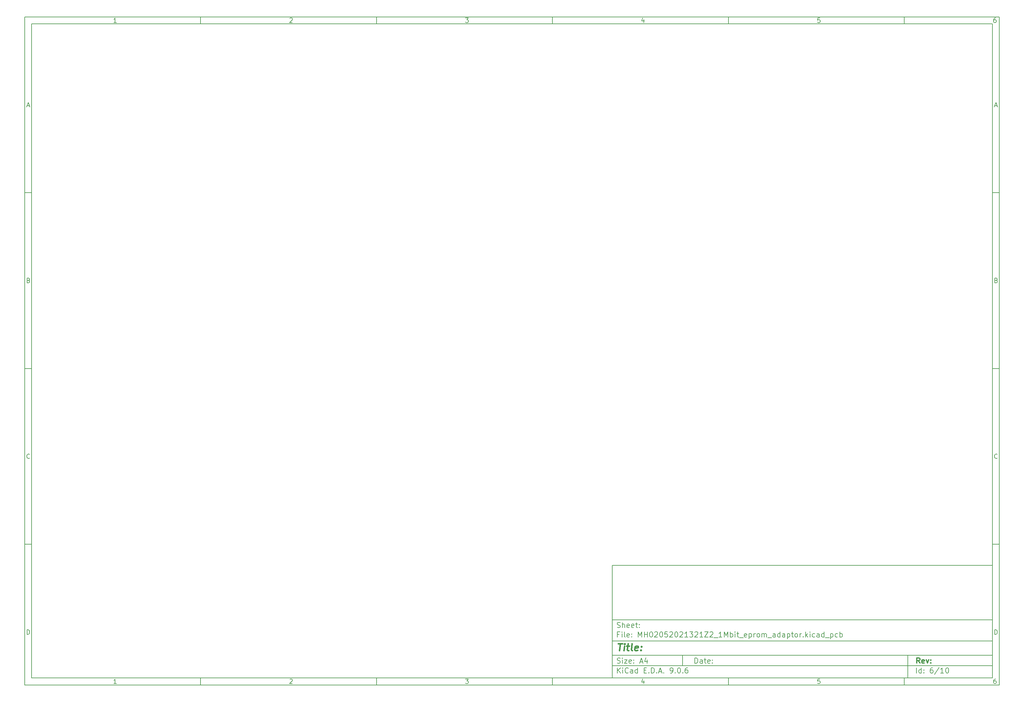
<source format=gbr>
%TF.GenerationSoftware,KiCad,Pcbnew,9.0.6*%
%TF.CreationDate,2026-01-11T11:31:53+09:00*%
%TF.ProjectId,MH02052021321Z2_1Mbit_eprom_adaptor,4d483032-3035-4323-9032-313332315a32,rev?*%
%TF.SameCoordinates,Original*%
%TF.FileFunction,Legend,Bot*%
%TF.FilePolarity,Positive*%
%FSLAX46Y46*%
G04 Gerber Fmt 4.6, Leading zero omitted, Abs format (unit mm)*
G04 Created by KiCad (PCBNEW 9.0.6) date 2026-01-11 11:31:53*
%MOMM*%
%LPD*%
G01*
G04 APERTURE LIST*
%ADD10C,0.100000*%
%ADD11C,0.150000*%
%ADD12C,0.300000*%
%ADD13C,0.400000*%
G04 APERTURE END LIST*
D10*
D11*
X177002200Y-166007200D02*
X285002200Y-166007200D01*
X285002200Y-198007200D01*
X177002200Y-198007200D01*
X177002200Y-166007200D01*
D10*
D11*
X10000000Y-10000000D02*
X287002200Y-10000000D01*
X287002200Y-200007200D01*
X10000000Y-200007200D01*
X10000000Y-10000000D01*
D10*
D11*
X12000000Y-12000000D02*
X285002200Y-12000000D01*
X285002200Y-198007200D01*
X12000000Y-198007200D01*
X12000000Y-12000000D01*
D10*
D11*
X60000000Y-12000000D02*
X60000000Y-10000000D01*
D10*
D11*
X110000000Y-12000000D02*
X110000000Y-10000000D01*
D10*
D11*
X160000000Y-12000000D02*
X160000000Y-10000000D01*
D10*
D11*
X210000000Y-12000000D02*
X210000000Y-10000000D01*
D10*
D11*
X260000000Y-12000000D02*
X260000000Y-10000000D01*
D10*
D11*
X36089160Y-11593604D02*
X35346303Y-11593604D01*
X35717731Y-11593604D02*
X35717731Y-10293604D01*
X35717731Y-10293604D02*
X35593922Y-10479319D01*
X35593922Y-10479319D02*
X35470112Y-10603128D01*
X35470112Y-10603128D02*
X35346303Y-10665033D01*
D10*
D11*
X85346303Y-10417414D02*
X85408207Y-10355509D01*
X85408207Y-10355509D02*
X85532017Y-10293604D01*
X85532017Y-10293604D02*
X85841541Y-10293604D01*
X85841541Y-10293604D02*
X85965350Y-10355509D01*
X85965350Y-10355509D02*
X86027255Y-10417414D01*
X86027255Y-10417414D02*
X86089160Y-10541223D01*
X86089160Y-10541223D02*
X86089160Y-10665033D01*
X86089160Y-10665033D02*
X86027255Y-10850747D01*
X86027255Y-10850747D02*
X85284398Y-11593604D01*
X85284398Y-11593604D02*
X86089160Y-11593604D01*
D10*
D11*
X135284398Y-10293604D02*
X136089160Y-10293604D01*
X136089160Y-10293604D02*
X135655826Y-10788842D01*
X135655826Y-10788842D02*
X135841541Y-10788842D01*
X135841541Y-10788842D02*
X135965350Y-10850747D01*
X135965350Y-10850747D02*
X136027255Y-10912652D01*
X136027255Y-10912652D02*
X136089160Y-11036461D01*
X136089160Y-11036461D02*
X136089160Y-11345985D01*
X136089160Y-11345985D02*
X136027255Y-11469795D01*
X136027255Y-11469795D02*
X135965350Y-11531700D01*
X135965350Y-11531700D02*
X135841541Y-11593604D01*
X135841541Y-11593604D02*
X135470112Y-11593604D01*
X135470112Y-11593604D02*
X135346303Y-11531700D01*
X135346303Y-11531700D02*
X135284398Y-11469795D01*
D10*
D11*
X185965350Y-10726938D02*
X185965350Y-11593604D01*
X185655826Y-10231700D02*
X185346303Y-11160271D01*
X185346303Y-11160271D02*
X186151064Y-11160271D01*
D10*
D11*
X236027255Y-10293604D02*
X235408207Y-10293604D01*
X235408207Y-10293604D02*
X235346303Y-10912652D01*
X235346303Y-10912652D02*
X235408207Y-10850747D01*
X235408207Y-10850747D02*
X235532017Y-10788842D01*
X235532017Y-10788842D02*
X235841541Y-10788842D01*
X235841541Y-10788842D02*
X235965350Y-10850747D01*
X235965350Y-10850747D02*
X236027255Y-10912652D01*
X236027255Y-10912652D02*
X236089160Y-11036461D01*
X236089160Y-11036461D02*
X236089160Y-11345985D01*
X236089160Y-11345985D02*
X236027255Y-11469795D01*
X236027255Y-11469795D02*
X235965350Y-11531700D01*
X235965350Y-11531700D02*
X235841541Y-11593604D01*
X235841541Y-11593604D02*
X235532017Y-11593604D01*
X235532017Y-11593604D02*
X235408207Y-11531700D01*
X235408207Y-11531700D02*
X235346303Y-11469795D01*
D10*
D11*
X285965350Y-10293604D02*
X285717731Y-10293604D01*
X285717731Y-10293604D02*
X285593922Y-10355509D01*
X285593922Y-10355509D02*
X285532017Y-10417414D01*
X285532017Y-10417414D02*
X285408207Y-10603128D01*
X285408207Y-10603128D02*
X285346303Y-10850747D01*
X285346303Y-10850747D02*
X285346303Y-11345985D01*
X285346303Y-11345985D02*
X285408207Y-11469795D01*
X285408207Y-11469795D02*
X285470112Y-11531700D01*
X285470112Y-11531700D02*
X285593922Y-11593604D01*
X285593922Y-11593604D02*
X285841541Y-11593604D01*
X285841541Y-11593604D02*
X285965350Y-11531700D01*
X285965350Y-11531700D02*
X286027255Y-11469795D01*
X286027255Y-11469795D02*
X286089160Y-11345985D01*
X286089160Y-11345985D02*
X286089160Y-11036461D01*
X286089160Y-11036461D02*
X286027255Y-10912652D01*
X286027255Y-10912652D02*
X285965350Y-10850747D01*
X285965350Y-10850747D02*
X285841541Y-10788842D01*
X285841541Y-10788842D02*
X285593922Y-10788842D01*
X285593922Y-10788842D02*
X285470112Y-10850747D01*
X285470112Y-10850747D02*
X285408207Y-10912652D01*
X285408207Y-10912652D02*
X285346303Y-11036461D01*
D10*
D11*
X60000000Y-198007200D02*
X60000000Y-200007200D01*
D10*
D11*
X110000000Y-198007200D02*
X110000000Y-200007200D01*
D10*
D11*
X160000000Y-198007200D02*
X160000000Y-200007200D01*
D10*
D11*
X210000000Y-198007200D02*
X210000000Y-200007200D01*
D10*
D11*
X260000000Y-198007200D02*
X260000000Y-200007200D01*
D10*
D11*
X36089160Y-199600804D02*
X35346303Y-199600804D01*
X35717731Y-199600804D02*
X35717731Y-198300804D01*
X35717731Y-198300804D02*
X35593922Y-198486519D01*
X35593922Y-198486519D02*
X35470112Y-198610328D01*
X35470112Y-198610328D02*
X35346303Y-198672233D01*
D10*
D11*
X85346303Y-198424614D02*
X85408207Y-198362709D01*
X85408207Y-198362709D02*
X85532017Y-198300804D01*
X85532017Y-198300804D02*
X85841541Y-198300804D01*
X85841541Y-198300804D02*
X85965350Y-198362709D01*
X85965350Y-198362709D02*
X86027255Y-198424614D01*
X86027255Y-198424614D02*
X86089160Y-198548423D01*
X86089160Y-198548423D02*
X86089160Y-198672233D01*
X86089160Y-198672233D02*
X86027255Y-198857947D01*
X86027255Y-198857947D02*
X85284398Y-199600804D01*
X85284398Y-199600804D02*
X86089160Y-199600804D01*
D10*
D11*
X135284398Y-198300804D02*
X136089160Y-198300804D01*
X136089160Y-198300804D02*
X135655826Y-198796042D01*
X135655826Y-198796042D02*
X135841541Y-198796042D01*
X135841541Y-198796042D02*
X135965350Y-198857947D01*
X135965350Y-198857947D02*
X136027255Y-198919852D01*
X136027255Y-198919852D02*
X136089160Y-199043661D01*
X136089160Y-199043661D02*
X136089160Y-199353185D01*
X136089160Y-199353185D02*
X136027255Y-199476995D01*
X136027255Y-199476995D02*
X135965350Y-199538900D01*
X135965350Y-199538900D02*
X135841541Y-199600804D01*
X135841541Y-199600804D02*
X135470112Y-199600804D01*
X135470112Y-199600804D02*
X135346303Y-199538900D01*
X135346303Y-199538900D02*
X135284398Y-199476995D01*
D10*
D11*
X185965350Y-198734138D02*
X185965350Y-199600804D01*
X185655826Y-198238900D02*
X185346303Y-199167471D01*
X185346303Y-199167471D02*
X186151064Y-199167471D01*
D10*
D11*
X236027255Y-198300804D02*
X235408207Y-198300804D01*
X235408207Y-198300804D02*
X235346303Y-198919852D01*
X235346303Y-198919852D02*
X235408207Y-198857947D01*
X235408207Y-198857947D02*
X235532017Y-198796042D01*
X235532017Y-198796042D02*
X235841541Y-198796042D01*
X235841541Y-198796042D02*
X235965350Y-198857947D01*
X235965350Y-198857947D02*
X236027255Y-198919852D01*
X236027255Y-198919852D02*
X236089160Y-199043661D01*
X236089160Y-199043661D02*
X236089160Y-199353185D01*
X236089160Y-199353185D02*
X236027255Y-199476995D01*
X236027255Y-199476995D02*
X235965350Y-199538900D01*
X235965350Y-199538900D02*
X235841541Y-199600804D01*
X235841541Y-199600804D02*
X235532017Y-199600804D01*
X235532017Y-199600804D02*
X235408207Y-199538900D01*
X235408207Y-199538900D02*
X235346303Y-199476995D01*
D10*
D11*
X285965350Y-198300804D02*
X285717731Y-198300804D01*
X285717731Y-198300804D02*
X285593922Y-198362709D01*
X285593922Y-198362709D02*
X285532017Y-198424614D01*
X285532017Y-198424614D02*
X285408207Y-198610328D01*
X285408207Y-198610328D02*
X285346303Y-198857947D01*
X285346303Y-198857947D02*
X285346303Y-199353185D01*
X285346303Y-199353185D02*
X285408207Y-199476995D01*
X285408207Y-199476995D02*
X285470112Y-199538900D01*
X285470112Y-199538900D02*
X285593922Y-199600804D01*
X285593922Y-199600804D02*
X285841541Y-199600804D01*
X285841541Y-199600804D02*
X285965350Y-199538900D01*
X285965350Y-199538900D02*
X286027255Y-199476995D01*
X286027255Y-199476995D02*
X286089160Y-199353185D01*
X286089160Y-199353185D02*
X286089160Y-199043661D01*
X286089160Y-199043661D02*
X286027255Y-198919852D01*
X286027255Y-198919852D02*
X285965350Y-198857947D01*
X285965350Y-198857947D02*
X285841541Y-198796042D01*
X285841541Y-198796042D02*
X285593922Y-198796042D01*
X285593922Y-198796042D02*
X285470112Y-198857947D01*
X285470112Y-198857947D02*
X285408207Y-198919852D01*
X285408207Y-198919852D02*
X285346303Y-199043661D01*
D10*
D11*
X10000000Y-60000000D02*
X12000000Y-60000000D01*
D10*
D11*
X10000000Y-110000000D02*
X12000000Y-110000000D01*
D10*
D11*
X10000000Y-160000000D02*
X12000000Y-160000000D01*
D10*
D11*
X10690476Y-35222176D02*
X11309523Y-35222176D01*
X10566666Y-35593604D02*
X10999999Y-34293604D01*
X10999999Y-34293604D02*
X11433333Y-35593604D01*
D10*
D11*
X11092857Y-84912652D02*
X11278571Y-84974557D01*
X11278571Y-84974557D02*
X11340476Y-85036461D01*
X11340476Y-85036461D02*
X11402380Y-85160271D01*
X11402380Y-85160271D02*
X11402380Y-85345985D01*
X11402380Y-85345985D02*
X11340476Y-85469795D01*
X11340476Y-85469795D02*
X11278571Y-85531700D01*
X11278571Y-85531700D02*
X11154761Y-85593604D01*
X11154761Y-85593604D02*
X10659523Y-85593604D01*
X10659523Y-85593604D02*
X10659523Y-84293604D01*
X10659523Y-84293604D02*
X11092857Y-84293604D01*
X11092857Y-84293604D02*
X11216666Y-84355509D01*
X11216666Y-84355509D02*
X11278571Y-84417414D01*
X11278571Y-84417414D02*
X11340476Y-84541223D01*
X11340476Y-84541223D02*
X11340476Y-84665033D01*
X11340476Y-84665033D02*
X11278571Y-84788842D01*
X11278571Y-84788842D02*
X11216666Y-84850747D01*
X11216666Y-84850747D02*
X11092857Y-84912652D01*
X11092857Y-84912652D02*
X10659523Y-84912652D01*
D10*
D11*
X11402380Y-135469795D02*
X11340476Y-135531700D01*
X11340476Y-135531700D02*
X11154761Y-135593604D01*
X11154761Y-135593604D02*
X11030952Y-135593604D01*
X11030952Y-135593604D02*
X10845238Y-135531700D01*
X10845238Y-135531700D02*
X10721428Y-135407890D01*
X10721428Y-135407890D02*
X10659523Y-135284080D01*
X10659523Y-135284080D02*
X10597619Y-135036461D01*
X10597619Y-135036461D02*
X10597619Y-134850747D01*
X10597619Y-134850747D02*
X10659523Y-134603128D01*
X10659523Y-134603128D02*
X10721428Y-134479319D01*
X10721428Y-134479319D02*
X10845238Y-134355509D01*
X10845238Y-134355509D02*
X11030952Y-134293604D01*
X11030952Y-134293604D02*
X11154761Y-134293604D01*
X11154761Y-134293604D02*
X11340476Y-134355509D01*
X11340476Y-134355509D02*
X11402380Y-134417414D01*
D10*
D11*
X10659523Y-185593604D02*
X10659523Y-184293604D01*
X10659523Y-184293604D02*
X10969047Y-184293604D01*
X10969047Y-184293604D02*
X11154761Y-184355509D01*
X11154761Y-184355509D02*
X11278571Y-184479319D01*
X11278571Y-184479319D02*
X11340476Y-184603128D01*
X11340476Y-184603128D02*
X11402380Y-184850747D01*
X11402380Y-184850747D02*
X11402380Y-185036461D01*
X11402380Y-185036461D02*
X11340476Y-185284080D01*
X11340476Y-185284080D02*
X11278571Y-185407890D01*
X11278571Y-185407890D02*
X11154761Y-185531700D01*
X11154761Y-185531700D02*
X10969047Y-185593604D01*
X10969047Y-185593604D02*
X10659523Y-185593604D01*
D10*
D11*
X287002200Y-60000000D02*
X285002200Y-60000000D01*
D10*
D11*
X287002200Y-110000000D02*
X285002200Y-110000000D01*
D10*
D11*
X287002200Y-160000000D02*
X285002200Y-160000000D01*
D10*
D11*
X285692676Y-35222176D02*
X286311723Y-35222176D01*
X285568866Y-35593604D02*
X286002199Y-34293604D01*
X286002199Y-34293604D02*
X286435533Y-35593604D01*
D10*
D11*
X286095057Y-84912652D02*
X286280771Y-84974557D01*
X286280771Y-84974557D02*
X286342676Y-85036461D01*
X286342676Y-85036461D02*
X286404580Y-85160271D01*
X286404580Y-85160271D02*
X286404580Y-85345985D01*
X286404580Y-85345985D02*
X286342676Y-85469795D01*
X286342676Y-85469795D02*
X286280771Y-85531700D01*
X286280771Y-85531700D02*
X286156961Y-85593604D01*
X286156961Y-85593604D02*
X285661723Y-85593604D01*
X285661723Y-85593604D02*
X285661723Y-84293604D01*
X285661723Y-84293604D02*
X286095057Y-84293604D01*
X286095057Y-84293604D02*
X286218866Y-84355509D01*
X286218866Y-84355509D02*
X286280771Y-84417414D01*
X286280771Y-84417414D02*
X286342676Y-84541223D01*
X286342676Y-84541223D02*
X286342676Y-84665033D01*
X286342676Y-84665033D02*
X286280771Y-84788842D01*
X286280771Y-84788842D02*
X286218866Y-84850747D01*
X286218866Y-84850747D02*
X286095057Y-84912652D01*
X286095057Y-84912652D02*
X285661723Y-84912652D01*
D10*
D11*
X286404580Y-135469795D02*
X286342676Y-135531700D01*
X286342676Y-135531700D02*
X286156961Y-135593604D01*
X286156961Y-135593604D02*
X286033152Y-135593604D01*
X286033152Y-135593604D02*
X285847438Y-135531700D01*
X285847438Y-135531700D02*
X285723628Y-135407890D01*
X285723628Y-135407890D02*
X285661723Y-135284080D01*
X285661723Y-135284080D02*
X285599819Y-135036461D01*
X285599819Y-135036461D02*
X285599819Y-134850747D01*
X285599819Y-134850747D02*
X285661723Y-134603128D01*
X285661723Y-134603128D02*
X285723628Y-134479319D01*
X285723628Y-134479319D02*
X285847438Y-134355509D01*
X285847438Y-134355509D02*
X286033152Y-134293604D01*
X286033152Y-134293604D02*
X286156961Y-134293604D01*
X286156961Y-134293604D02*
X286342676Y-134355509D01*
X286342676Y-134355509D02*
X286404580Y-134417414D01*
D10*
D11*
X285661723Y-185593604D02*
X285661723Y-184293604D01*
X285661723Y-184293604D02*
X285971247Y-184293604D01*
X285971247Y-184293604D02*
X286156961Y-184355509D01*
X286156961Y-184355509D02*
X286280771Y-184479319D01*
X286280771Y-184479319D02*
X286342676Y-184603128D01*
X286342676Y-184603128D02*
X286404580Y-184850747D01*
X286404580Y-184850747D02*
X286404580Y-185036461D01*
X286404580Y-185036461D02*
X286342676Y-185284080D01*
X286342676Y-185284080D02*
X286280771Y-185407890D01*
X286280771Y-185407890D02*
X286156961Y-185531700D01*
X286156961Y-185531700D02*
X285971247Y-185593604D01*
X285971247Y-185593604D02*
X285661723Y-185593604D01*
D10*
D11*
X200458026Y-193793328D02*
X200458026Y-192293328D01*
X200458026Y-192293328D02*
X200815169Y-192293328D01*
X200815169Y-192293328D02*
X201029455Y-192364757D01*
X201029455Y-192364757D02*
X201172312Y-192507614D01*
X201172312Y-192507614D02*
X201243741Y-192650471D01*
X201243741Y-192650471D02*
X201315169Y-192936185D01*
X201315169Y-192936185D02*
X201315169Y-193150471D01*
X201315169Y-193150471D02*
X201243741Y-193436185D01*
X201243741Y-193436185D02*
X201172312Y-193579042D01*
X201172312Y-193579042D02*
X201029455Y-193721900D01*
X201029455Y-193721900D02*
X200815169Y-193793328D01*
X200815169Y-193793328D02*
X200458026Y-193793328D01*
X202600884Y-193793328D02*
X202600884Y-193007614D01*
X202600884Y-193007614D02*
X202529455Y-192864757D01*
X202529455Y-192864757D02*
X202386598Y-192793328D01*
X202386598Y-192793328D02*
X202100884Y-192793328D01*
X202100884Y-192793328D02*
X201958026Y-192864757D01*
X202600884Y-193721900D02*
X202458026Y-193793328D01*
X202458026Y-193793328D02*
X202100884Y-193793328D01*
X202100884Y-193793328D02*
X201958026Y-193721900D01*
X201958026Y-193721900D02*
X201886598Y-193579042D01*
X201886598Y-193579042D02*
X201886598Y-193436185D01*
X201886598Y-193436185D02*
X201958026Y-193293328D01*
X201958026Y-193293328D02*
X202100884Y-193221900D01*
X202100884Y-193221900D02*
X202458026Y-193221900D01*
X202458026Y-193221900D02*
X202600884Y-193150471D01*
X203100884Y-192793328D02*
X203672312Y-192793328D01*
X203315169Y-192293328D02*
X203315169Y-193579042D01*
X203315169Y-193579042D02*
X203386598Y-193721900D01*
X203386598Y-193721900D02*
X203529455Y-193793328D01*
X203529455Y-193793328D02*
X203672312Y-193793328D01*
X204743741Y-193721900D02*
X204600884Y-193793328D01*
X204600884Y-193793328D02*
X204315170Y-193793328D01*
X204315170Y-193793328D02*
X204172312Y-193721900D01*
X204172312Y-193721900D02*
X204100884Y-193579042D01*
X204100884Y-193579042D02*
X204100884Y-193007614D01*
X204100884Y-193007614D02*
X204172312Y-192864757D01*
X204172312Y-192864757D02*
X204315170Y-192793328D01*
X204315170Y-192793328D02*
X204600884Y-192793328D01*
X204600884Y-192793328D02*
X204743741Y-192864757D01*
X204743741Y-192864757D02*
X204815170Y-193007614D01*
X204815170Y-193007614D02*
X204815170Y-193150471D01*
X204815170Y-193150471D02*
X204100884Y-193293328D01*
X205458026Y-193650471D02*
X205529455Y-193721900D01*
X205529455Y-193721900D02*
X205458026Y-193793328D01*
X205458026Y-193793328D02*
X205386598Y-193721900D01*
X205386598Y-193721900D02*
X205458026Y-193650471D01*
X205458026Y-193650471D02*
X205458026Y-193793328D01*
X205458026Y-192864757D02*
X205529455Y-192936185D01*
X205529455Y-192936185D02*
X205458026Y-193007614D01*
X205458026Y-193007614D02*
X205386598Y-192936185D01*
X205386598Y-192936185D02*
X205458026Y-192864757D01*
X205458026Y-192864757D02*
X205458026Y-193007614D01*
D10*
D11*
X177002200Y-194507200D02*
X285002200Y-194507200D01*
D10*
D11*
X178458026Y-196593328D02*
X178458026Y-195093328D01*
X179315169Y-196593328D02*
X178672312Y-195736185D01*
X179315169Y-195093328D02*
X178458026Y-195950471D01*
X179958026Y-196593328D02*
X179958026Y-195593328D01*
X179958026Y-195093328D02*
X179886598Y-195164757D01*
X179886598Y-195164757D02*
X179958026Y-195236185D01*
X179958026Y-195236185D02*
X180029455Y-195164757D01*
X180029455Y-195164757D02*
X179958026Y-195093328D01*
X179958026Y-195093328D02*
X179958026Y-195236185D01*
X181529455Y-196450471D02*
X181458027Y-196521900D01*
X181458027Y-196521900D02*
X181243741Y-196593328D01*
X181243741Y-196593328D02*
X181100884Y-196593328D01*
X181100884Y-196593328D02*
X180886598Y-196521900D01*
X180886598Y-196521900D02*
X180743741Y-196379042D01*
X180743741Y-196379042D02*
X180672312Y-196236185D01*
X180672312Y-196236185D02*
X180600884Y-195950471D01*
X180600884Y-195950471D02*
X180600884Y-195736185D01*
X180600884Y-195736185D02*
X180672312Y-195450471D01*
X180672312Y-195450471D02*
X180743741Y-195307614D01*
X180743741Y-195307614D02*
X180886598Y-195164757D01*
X180886598Y-195164757D02*
X181100884Y-195093328D01*
X181100884Y-195093328D02*
X181243741Y-195093328D01*
X181243741Y-195093328D02*
X181458027Y-195164757D01*
X181458027Y-195164757D02*
X181529455Y-195236185D01*
X182815170Y-196593328D02*
X182815170Y-195807614D01*
X182815170Y-195807614D02*
X182743741Y-195664757D01*
X182743741Y-195664757D02*
X182600884Y-195593328D01*
X182600884Y-195593328D02*
X182315170Y-195593328D01*
X182315170Y-195593328D02*
X182172312Y-195664757D01*
X182815170Y-196521900D02*
X182672312Y-196593328D01*
X182672312Y-196593328D02*
X182315170Y-196593328D01*
X182315170Y-196593328D02*
X182172312Y-196521900D01*
X182172312Y-196521900D02*
X182100884Y-196379042D01*
X182100884Y-196379042D02*
X182100884Y-196236185D01*
X182100884Y-196236185D02*
X182172312Y-196093328D01*
X182172312Y-196093328D02*
X182315170Y-196021900D01*
X182315170Y-196021900D02*
X182672312Y-196021900D01*
X182672312Y-196021900D02*
X182815170Y-195950471D01*
X184172313Y-196593328D02*
X184172313Y-195093328D01*
X184172313Y-196521900D02*
X184029455Y-196593328D01*
X184029455Y-196593328D02*
X183743741Y-196593328D01*
X183743741Y-196593328D02*
X183600884Y-196521900D01*
X183600884Y-196521900D02*
X183529455Y-196450471D01*
X183529455Y-196450471D02*
X183458027Y-196307614D01*
X183458027Y-196307614D02*
X183458027Y-195879042D01*
X183458027Y-195879042D02*
X183529455Y-195736185D01*
X183529455Y-195736185D02*
X183600884Y-195664757D01*
X183600884Y-195664757D02*
X183743741Y-195593328D01*
X183743741Y-195593328D02*
X184029455Y-195593328D01*
X184029455Y-195593328D02*
X184172313Y-195664757D01*
X186029455Y-195807614D02*
X186529455Y-195807614D01*
X186743741Y-196593328D02*
X186029455Y-196593328D01*
X186029455Y-196593328D02*
X186029455Y-195093328D01*
X186029455Y-195093328D02*
X186743741Y-195093328D01*
X187386598Y-196450471D02*
X187458027Y-196521900D01*
X187458027Y-196521900D02*
X187386598Y-196593328D01*
X187386598Y-196593328D02*
X187315170Y-196521900D01*
X187315170Y-196521900D02*
X187386598Y-196450471D01*
X187386598Y-196450471D02*
X187386598Y-196593328D01*
X188100884Y-196593328D02*
X188100884Y-195093328D01*
X188100884Y-195093328D02*
X188458027Y-195093328D01*
X188458027Y-195093328D02*
X188672313Y-195164757D01*
X188672313Y-195164757D02*
X188815170Y-195307614D01*
X188815170Y-195307614D02*
X188886599Y-195450471D01*
X188886599Y-195450471D02*
X188958027Y-195736185D01*
X188958027Y-195736185D02*
X188958027Y-195950471D01*
X188958027Y-195950471D02*
X188886599Y-196236185D01*
X188886599Y-196236185D02*
X188815170Y-196379042D01*
X188815170Y-196379042D02*
X188672313Y-196521900D01*
X188672313Y-196521900D02*
X188458027Y-196593328D01*
X188458027Y-196593328D02*
X188100884Y-196593328D01*
X189600884Y-196450471D02*
X189672313Y-196521900D01*
X189672313Y-196521900D02*
X189600884Y-196593328D01*
X189600884Y-196593328D02*
X189529456Y-196521900D01*
X189529456Y-196521900D02*
X189600884Y-196450471D01*
X189600884Y-196450471D02*
X189600884Y-196593328D01*
X190243742Y-196164757D02*
X190958028Y-196164757D01*
X190100885Y-196593328D02*
X190600885Y-195093328D01*
X190600885Y-195093328D02*
X191100885Y-196593328D01*
X191600884Y-196450471D02*
X191672313Y-196521900D01*
X191672313Y-196521900D02*
X191600884Y-196593328D01*
X191600884Y-196593328D02*
X191529456Y-196521900D01*
X191529456Y-196521900D02*
X191600884Y-196450471D01*
X191600884Y-196450471D02*
X191600884Y-196593328D01*
X193529456Y-196593328D02*
X193815170Y-196593328D01*
X193815170Y-196593328D02*
X193958027Y-196521900D01*
X193958027Y-196521900D02*
X194029456Y-196450471D01*
X194029456Y-196450471D02*
X194172313Y-196236185D01*
X194172313Y-196236185D02*
X194243742Y-195950471D01*
X194243742Y-195950471D02*
X194243742Y-195379042D01*
X194243742Y-195379042D02*
X194172313Y-195236185D01*
X194172313Y-195236185D02*
X194100885Y-195164757D01*
X194100885Y-195164757D02*
X193958027Y-195093328D01*
X193958027Y-195093328D02*
X193672313Y-195093328D01*
X193672313Y-195093328D02*
X193529456Y-195164757D01*
X193529456Y-195164757D02*
X193458027Y-195236185D01*
X193458027Y-195236185D02*
X193386599Y-195379042D01*
X193386599Y-195379042D02*
X193386599Y-195736185D01*
X193386599Y-195736185D02*
X193458027Y-195879042D01*
X193458027Y-195879042D02*
X193529456Y-195950471D01*
X193529456Y-195950471D02*
X193672313Y-196021900D01*
X193672313Y-196021900D02*
X193958027Y-196021900D01*
X193958027Y-196021900D02*
X194100885Y-195950471D01*
X194100885Y-195950471D02*
X194172313Y-195879042D01*
X194172313Y-195879042D02*
X194243742Y-195736185D01*
X194886598Y-196450471D02*
X194958027Y-196521900D01*
X194958027Y-196521900D02*
X194886598Y-196593328D01*
X194886598Y-196593328D02*
X194815170Y-196521900D01*
X194815170Y-196521900D02*
X194886598Y-196450471D01*
X194886598Y-196450471D02*
X194886598Y-196593328D01*
X195886599Y-195093328D02*
X196029456Y-195093328D01*
X196029456Y-195093328D02*
X196172313Y-195164757D01*
X196172313Y-195164757D02*
X196243742Y-195236185D01*
X196243742Y-195236185D02*
X196315170Y-195379042D01*
X196315170Y-195379042D02*
X196386599Y-195664757D01*
X196386599Y-195664757D02*
X196386599Y-196021900D01*
X196386599Y-196021900D02*
X196315170Y-196307614D01*
X196315170Y-196307614D02*
X196243742Y-196450471D01*
X196243742Y-196450471D02*
X196172313Y-196521900D01*
X196172313Y-196521900D02*
X196029456Y-196593328D01*
X196029456Y-196593328D02*
X195886599Y-196593328D01*
X195886599Y-196593328D02*
X195743742Y-196521900D01*
X195743742Y-196521900D02*
X195672313Y-196450471D01*
X195672313Y-196450471D02*
X195600884Y-196307614D01*
X195600884Y-196307614D02*
X195529456Y-196021900D01*
X195529456Y-196021900D02*
X195529456Y-195664757D01*
X195529456Y-195664757D02*
X195600884Y-195379042D01*
X195600884Y-195379042D02*
X195672313Y-195236185D01*
X195672313Y-195236185D02*
X195743742Y-195164757D01*
X195743742Y-195164757D02*
X195886599Y-195093328D01*
X197029455Y-196450471D02*
X197100884Y-196521900D01*
X197100884Y-196521900D02*
X197029455Y-196593328D01*
X197029455Y-196593328D02*
X196958027Y-196521900D01*
X196958027Y-196521900D02*
X197029455Y-196450471D01*
X197029455Y-196450471D02*
X197029455Y-196593328D01*
X198386599Y-195093328D02*
X198100884Y-195093328D01*
X198100884Y-195093328D02*
X197958027Y-195164757D01*
X197958027Y-195164757D02*
X197886599Y-195236185D01*
X197886599Y-195236185D02*
X197743741Y-195450471D01*
X197743741Y-195450471D02*
X197672313Y-195736185D01*
X197672313Y-195736185D02*
X197672313Y-196307614D01*
X197672313Y-196307614D02*
X197743741Y-196450471D01*
X197743741Y-196450471D02*
X197815170Y-196521900D01*
X197815170Y-196521900D02*
X197958027Y-196593328D01*
X197958027Y-196593328D02*
X198243741Y-196593328D01*
X198243741Y-196593328D02*
X198386599Y-196521900D01*
X198386599Y-196521900D02*
X198458027Y-196450471D01*
X198458027Y-196450471D02*
X198529456Y-196307614D01*
X198529456Y-196307614D02*
X198529456Y-195950471D01*
X198529456Y-195950471D02*
X198458027Y-195807614D01*
X198458027Y-195807614D02*
X198386599Y-195736185D01*
X198386599Y-195736185D02*
X198243741Y-195664757D01*
X198243741Y-195664757D02*
X197958027Y-195664757D01*
X197958027Y-195664757D02*
X197815170Y-195736185D01*
X197815170Y-195736185D02*
X197743741Y-195807614D01*
X197743741Y-195807614D02*
X197672313Y-195950471D01*
D10*
D11*
X177002200Y-191507200D02*
X285002200Y-191507200D01*
D10*
D12*
X264413853Y-193785528D02*
X263913853Y-193071242D01*
X263556710Y-193785528D02*
X263556710Y-192285528D01*
X263556710Y-192285528D02*
X264128139Y-192285528D01*
X264128139Y-192285528D02*
X264270996Y-192356957D01*
X264270996Y-192356957D02*
X264342425Y-192428385D01*
X264342425Y-192428385D02*
X264413853Y-192571242D01*
X264413853Y-192571242D02*
X264413853Y-192785528D01*
X264413853Y-192785528D02*
X264342425Y-192928385D01*
X264342425Y-192928385D02*
X264270996Y-192999814D01*
X264270996Y-192999814D02*
X264128139Y-193071242D01*
X264128139Y-193071242D02*
X263556710Y-193071242D01*
X265628139Y-193714100D02*
X265485282Y-193785528D01*
X265485282Y-193785528D02*
X265199568Y-193785528D01*
X265199568Y-193785528D02*
X265056710Y-193714100D01*
X265056710Y-193714100D02*
X264985282Y-193571242D01*
X264985282Y-193571242D02*
X264985282Y-192999814D01*
X264985282Y-192999814D02*
X265056710Y-192856957D01*
X265056710Y-192856957D02*
X265199568Y-192785528D01*
X265199568Y-192785528D02*
X265485282Y-192785528D01*
X265485282Y-192785528D02*
X265628139Y-192856957D01*
X265628139Y-192856957D02*
X265699568Y-192999814D01*
X265699568Y-192999814D02*
X265699568Y-193142671D01*
X265699568Y-193142671D02*
X264985282Y-193285528D01*
X266199567Y-192785528D02*
X266556710Y-193785528D01*
X266556710Y-193785528D02*
X266913853Y-192785528D01*
X267485281Y-193642671D02*
X267556710Y-193714100D01*
X267556710Y-193714100D02*
X267485281Y-193785528D01*
X267485281Y-193785528D02*
X267413853Y-193714100D01*
X267413853Y-193714100D02*
X267485281Y-193642671D01*
X267485281Y-193642671D02*
X267485281Y-193785528D01*
X267485281Y-192856957D02*
X267556710Y-192928385D01*
X267556710Y-192928385D02*
X267485281Y-192999814D01*
X267485281Y-192999814D02*
X267413853Y-192928385D01*
X267413853Y-192928385D02*
X267485281Y-192856957D01*
X267485281Y-192856957D02*
X267485281Y-192999814D01*
D10*
D11*
X178386598Y-193721900D02*
X178600884Y-193793328D01*
X178600884Y-193793328D02*
X178958026Y-193793328D01*
X178958026Y-193793328D02*
X179100884Y-193721900D01*
X179100884Y-193721900D02*
X179172312Y-193650471D01*
X179172312Y-193650471D02*
X179243741Y-193507614D01*
X179243741Y-193507614D02*
X179243741Y-193364757D01*
X179243741Y-193364757D02*
X179172312Y-193221900D01*
X179172312Y-193221900D02*
X179100884Y-193150471D01*
X179100884Y-193150471D02*
X178958026Y-193079042D01*
X178958026Y-193079042D02*
X178672312Y-193007614D01*
X178672312Y-193007614D02*
X178529455Y-192936185D01*
X178529455Y-192936185D02*
X178458026Y-192864757D01*
X178458026Y-192864757D02*
X178386598Y-192721900D01*
X178386598Y-192721900D02*
X178386598Y-192579042D01*
X178386598Y-192579042D02*
X178458026Y-192436185D01*
X178458026Y-192436185D02*
X178529455Y-192364757D01*
X178529455Y-192364757D02*
X178672312Y-192293328D01*
X178672312Y-192293328D02*
X179029455Y-192293328D01*
X179029455Y-192293328D02*
X179243741Y-192364757D01*
X179886597Y-193793328D02*
X179886597Y-192793328D01*
X179886597Y-192293328D02*
X179815169Y-192364757D01*
X179815169Y-192364757D02*
X179886597Y-192436185D01*
X179886597Y-192436185D02*
X179958026Y-192364757D01*
X179958026Y-192364757D02*
X179886597Y-192293328D01*
X179886597Y-192293328D02*
X179886597Y-192436185D01*
X180458026Y-192793328D02*
X181243741Y-192793328D01*
X181243741Y-192793328D02*
X180458026Y-193793328D01*
X180458026Y-193793328D02*
X181243741Y-193793328D01*
X182386598Y-193721900D02*
X182243741Y-193793328D01*
X182243741Y-193793328D02*
X181958027Y-193793328D01*
X181958027Y-193793328D02*
X181815169Y-193721900D01*
X181815169Y-193721900D02*
X181743741Y-193579042D01*
X181743741Y-193579042D02*
X181743741Y-193007614D01*
X181743741Y-193007614D02*
X181815169Y-192864757D01*
X181815169Y-192864757D02*
X181958027Y-192793328D01*
X181958027Y-192793328D02*
X182243741Y-192793328D01*
X182243741Y-192793328D02*
X182386598Y-192864757D01*
X182386598Y-192864757D02*
X182458027Y-193007614D01*
X182458027Y-193007614D02*
X182458027Y-193150471D01*
X182458027Y-193150471D02*
X181743741Y-193293328D01*
X183100883Y-193650471D02*
X183172312Y-193721900D01*
X183172312Y-193721900D02*
X183100883Y-193793328D01*
X183100883Y-193793328D02*
X183029455Y-193721900D01*
X183029455Y-193721900D02*
X183100883Y-193650471D01*
X183100883Y-193650471D02*
X183100883Y-193793328D01*
X183100883Y-192864757D02*
X183172312Y-192936185D01*
X183172312Y-192936185D02*
X183100883Y-193007614D01*
X183100883Y-193007614D02*
X183029455Y-192936185D01*
X183029455Y-192936185D02*
X183100883Y-192864757D01*
X183100883Y-192864757D02*
X183100883Y-193007614D01*
X184886598Y-193364757D02*
X185600884Y-193364757D01*
X184743741Y-193793328D02*
X185243741Y-192293328D01*
X185243741Y-192293328D02*
X185743741Y-193793328D01*
X186886598Y-192793328D02*
X186886598Y-193793328D01*
X186529455Y-192221900D02*
X186172312Y-193293328D01*
X186172312Y-193293328D02*
X187100883Y-193293328D01*
D10*
D11*
X263458026Y-196593328D02*
X263458026Y-195093328D01*
X264815170Y-196593328D02*
X264815170Y-195093328D01*
X264815170Y-196521900D02*
X264672312Y-196593328D01*
X264672312Y-196593328D02*
X264386598Y-196593328D01*
X264386598Y-196593328D02*
X264243741Y-196521900D01*
X264243741Y-196521900D02*
X264172312Y-196450471D01*
X264172312Y-196450471D02*
X264100884Y-196307614D01*
X264100884Y-196307614D02*
X264100884Y-195879042D01*
X264100884Y-195879042D02*
X264172312Y-195736185D01*
X264172312Y-195736185D02*
X264243741Y-195664757D01*
X264243741Y-195664757D02*
X264386598Y-195593328D01*
X264386598Y-195593328D02*
X264672312Y-195593328D01*
X264672312Y-195593328D02*
X264815170Y-195664757D01*
X265529455Y-196450471D02*
X265600884Y-196521900D01*
X265600884Y-196521900D02*
X265529455Y-196593328D01*
X265529455Y-196593328D02*
X265458027Y-196521900D01*
X265458027Y-196521900D02*
X265529455Y-196450471D01*
X265529455Y-196450471D02*
X265529455Y-196593328D01*
X265529455Y-195664757D02*
X265600884Y-195736185D01*
X265600884Y-195736185D02*
X265529455Y-195807614D01*
X265529455Y-195807614D02*
X265458027Y-195736185D01*
X265458027Y-195736185D02*
X265529455Y-195664757D01*
X265529455Y-195664757D02*
X265529455Y-195807614D01*
X268029456Y-195093328D02*
X267743741Y-195093328D01*
X267743741Y-195093328D02*
X267600884Y-195164757D01*
X267600884Y-195164757D02*
X267529456Y-195236185D01*
X267529456Y-195236185D02*
X267386598Y-195450471D01*
X267386598Y-195450471D02*
X267315170Y-195736185D01*
X267315170Y-195736185D02*
X267315170Y-196307614D01*
X267315170Y-196307614D02*
X267386598Y-196450471D01*
X267386598Y-196450471D02*
X267458027Y-196521900D01*
X267458027Y-196521900D02*
X267600884Y-196593328D01*
X267600884Y-196593328D02*
X267886598Y-196593328D01*
X267886598Y-196593328D02*
X268029456Y-196521900D01*
X268029456Y-196521900D02*
X268100884Y-196450471D01*
X268100884Y-196450471D02*
X268172313Y-196307614D01*
X268172313Y-196307614D02*
X268172313Y-195950471D01*
X268172313Y-195950471D02*
X268100884Y-195807614D01*
X268100884Y-195807614D02*
X268029456Y-195736185D01*
X268029456Y-195736185D02*
X267886598Y-195664757D01*
X267886598Y-195664757D02*
X267600884Y-195664757D01*
X267600884Y-195664757D02*
X267458027Y-195736185D01*
X267458027Y-195736185D02*
X267386598Y-195807614D01*
X267386598Y-195807614D02*
X267315170Y-195950471D01*
X269886598Y-195021900D02*
X268600884Y-196950471D01*
X271172313Y-196593328D02*
X270315170Y-196593328D01*
X270743741Y-196593328D02*
X270743741Y-195093328D01*
X270743741Y-195093328D02*
X270600884Y-195307614D01*
X270600884Y-195307614D02*
X270458027Y-195450471D01*
X270458027Y-195450471D02*
X270315170Y-195521900D01*
X272100884Y-195093328D02*
X272243741Y-195093328D01*
X272243741Y-195093328D02*
X272386598Y-195164757D01*
X272386598Y-195164757D02*
X272458027Y-195236185D01*
X272458027Y-195236185D02*
X272529455Y-195379042D01*
X272529455Y-195379042D02*
X272600884Y-195664757D01*
X272600884Y-195664757D02*
X272600884Y-196021900D01*
X272600884Y-196021900D02*
X272529455Y-196307614D01*
X272529455Y-196307614D02*
X272458027Y-196450471D01*
X272458027Y-196450471D02*
X272386598Y-196521900D01*
X272386598Y-196521900D02*
X272243741Y-196593328D01*
X272243741Y-196593328D02*
X272100884Y-196593328D01*
X272100884Y-196593328D02*
X271958027Y-196521900D01*
X271958027Y-196521900D02*
X271886598Y-196450471D01*
X271886598Y-196450471D02*
X271815169Y-196307614D01*
X271815169Y-196307614D02*
X271743741Y-196021900D01*
X271743741Y-196021900D02*
X271743741Y-195664757D01*
X271743741Y-195664757D02*
X271815169Y-195379042D01*
X271815169Y-195379042D02*
X271886598Y-195236185D01*
X271886598Y-195236185D02*
X271958027Y-195164757D01*
X271958027Y-195164757D02*
X272100884Y-195093328D01*
D10*
D11*
X177002200Y-187507200D02*
X285002200Y-187507200D01*
D10*
D13*
X178693928Y-188211638D02*
X179836785Y-188211638D01*
X179015357Y-190211638D02*
X179265357Y-188211638D01*
X180253452Y-190211638D02*
X180420119Y-188878304D01*
X180503452Y-188211638D02*
X180396309Y-188306876D01*
X180396309Y-188306876D02*
X180479643Y-188402114D01*
X180479643Y-188402114D02*
X180586786Y-188306876D01*
X180586786Y-188306876D02*
X180503452Y-188211638D01*
X180503452Y-188211638D02*
X180479643Y-188402114D01*
X181086786Y-188878304D02*
X181848690Y-188878304D01*
X181455833Y-188211638D02*
X181241548Y-189925923D01*
X181241548Y-189925923D02*
X181312976Y-190116400D01*
X181312976Y-190116400D02*
X181491548Y-190211638D01*
X181491548Y-190211638D02*
X181682024Y-190211638D01*
X182634405Y-190211638D02*
X182455833Y-190116400D01*
X182455833Y-190116400D02*
X182384405Y-189925923D01*
X182384405Y-189925923D02*
X182598690Y-188211638D01*
X184170119Y-190116400D02*
X183967738Y-190211638D01*
X183967738Y-190211638D02*
X183586785Y-190211638D01*
X183586785Y-190211638D02*
X183408214Y-190116400D01*
X183408214Y-190116400D02*
X183336785Y-189925923D01*
X183336785Y-189925923D02*
X183432024Y-189164019D01*
X183432024Y-189164019D02*
X183551071Y-188973542D01*
X183551071Y-188973542D02*
X183753452Y-188878304D01*
X183753452Y-188878304D02*
X184134404Y-188878304D01*
X184134404Y-188878304D02*
X184312976Y-188973542D01*
X184312976Y-188973542D02*
X184384404Y-189164019D01*
X184384404Y-189164019D02*
X184360595Y-189354495D01*
X184360595Y-189354495D02*
X183384404Y-189544971D01*
X185134405Y-190021161D02*
X185217738Y-190116400D01*
X185217738Y-190116400D02*
X185110595Y-190211638D01*
X185110595Y-190211638D02*
X185027262Y-190116400D01*
X185027262Y-190116400D02*
X185134405Y-190021161D01*
X185134405Y-190021161D02*
X185110595Y-190211638D01*
X185265357Y-188973542D02*
X185348690Y-189068780D01*
X185348690Y-189068780D02*
X185241548Y-189164019D01*
X185241548Y-189164019D02*
X185158214Y-189068780D01*
X185158214Y-189068780D02*
X185265357Y-188973542D01*
X185265357Y-188973542D02*
X185241548Y-189164019D01*
D10*
D11*
X178958026Y-185607614D02*
X178458026Y-185607614D01*
X178458026Y-186393328D02*
X178458026Y-184893328D01*
X178458026Y-184893328D02*
X179172312Y-184893328D01*
X179743740Y-186393328D02*
X179743740Y-185393328D01*
X179743740Y-184893328D02*
X179672312Y-184964757D01*
X179672312Y-184964757D02*
X179743740Y-185036185D01*
X179743740Y-185036185D02*
X179815169Y-184964757D01*
X179815169Y-184964757D02*
X179743740Y-184893328D01*
X179743740Y-184893328D02*
X179743740Y-185036185D01*
X180672312Y-186393328D02*
X180529455Y-186321900D01*
X180529455Y-186321900D02*
X180458026Y-186179042D01*
X180458026Y-186179042D02*
X180458026Y-184893328D01*
X181815169Y-186321900D02*
X181672312Y-186393328D01*
X181672312Y-186393328D02*
X181386598Y-186393328D01*
X181386598Y-186393328D02*
X181243740Y-186321900D01*
X181243740Y-186321900D02*
X181172312Y-186179042D01*
X181172312Y-186179042D02*
X181172312Y-185607614D01*
X181172312Y-185607614D02*
X181243740Y-185464757D01*
X181243740Y-185464757D02*
X181386598Y-185393328D01*
X181386598Y-185393328D02*
X181672312Y-185393328D01*
X181672312Y-185393328D02*
X181815169Y-185464757D01*
X181815169Y-185464757D02*
X181886598Y-185607614D01*
X181886598Y-185607614D02*
X181886598Y-185750471D01*
X181886598Y-185750471D02*
X181172312Y-185893328D01*
X182529454Y-186250471D02*
X182600883Y-186321900D01*
X182600883Y-186321900D02*
X182529454Y-186393328D01*
X182529454Y-186393328D02*
X182458026Y-186321900D01*
X182458026Y-186321900D02*
X182529454Y-186250471D01*
X182529454Y-186250471D02*
X182529454Y-186393328D01*
X182529454Y-185464757D02*
X182600883Y-185536185D01*
X182600883Y-185536185D02*
X182529454Y-185607614D01*
X182529454Y-185607614D02*
X182458026Y-185536185D01*
X182458026Y-185536185D02*
X182529454Y-185464757D01*
X182529454Y-185464757D02*
X182529454Y-185607614D01*
X184386597Y-186393328D02*
X184386597Y-184893328D01*
X184386597Y-184893328D02*
X184886597Y-185964757D01*
X184886597Y-185964757D02*
X185386597Y-184893328D01*
X185386597Y-184893328D02*
X185386597Y-186393328D01*
X186100883Y-186393328D02*
X186100883Y-184893328D01*
X186100883Y-185607614D02*
X186958026Y-185607614D01*
X186958026Y-186393328D02*
X186958026Y-184893328D01*
X187958027Y-184893328D02*
X188100884Y-184893328D01*
X188100884Y-184893328D02*
X188243741Y-184964757D01*
X188243741Y-184964757D02*
X188315170Y-185036185D01*
X188315170Y-185036185D02*
X188386598Y-185179042D01*
X188386598Y-185179042D02*
X188458027Y-185464757D01*
X188458027Y-185464757D02*
X188458027Y-185821900D01*
X188458027Y-185821900D02*
X188386598Y-186107614D01*
X188386598Y-186107614D02*
X188315170Y-186250471D01*
X188315170Y-186250471D02*
X188243741Y-186321900D01*
X188243741Y-186321900D02*
X188100884Y-186393328D01*
X188100884Y-186393328D02*
X187958027Y-186393328D01*
X187958027Y-186393328D02*
X187815170Y-186321900D01*
X187815170Y-186321900D02*
X187743741Y-186250471D01*
X187743741Y-186250471D02*
X187672312Y-186107614D01*
X187672312Y-186107614D02*
X187600884Y-185821900D01*
X187600884Y-185821900D02*
X187600884Y-185464757D01*
X187600884Y-185464757D02*
X187672312Y-185179042D01*
X187672312Y-185179042D02*
X187743741Y-185036185D01*
X187743741Y-185036185D02*
X187815170Y-184964757D01*
X187815170Y-184964757D02*
X187958027Y-184893328D01*
X189029455Y-185036185D02*
X189100883Y-184964757D01*
X189100883Y-184964757D02*
X189243741Y-184893328D01*
X189243741Y-184893328D02*
X189600883Y-184893328D01*
X189600883Y-184893328D02*
X189743741Y-184964757D01*
X189743741Y-184964757D02*
X189815169Y-185036185D01*
X189815169Y-185036185D02*
X189886598Y-185179042D01*
X189886598Y-185179042D02*
X189886598Y-185321900D01*
X189886598Y-185321900D02*
X189815169Y-185536185D01*
X189815169Y-185536185D02*
X188958026Y-186393328D01*
X188958026Y-186393328D02*
X189886598Y-186393328D01*
X190815169Y-184893328D02*
X190958026Y-184893328D01*
X190958026Y-184893328D02*
X191100883Y-184964757D01*
X191100883Y-184964757D02*
X191172312Y-185036185D01*
X191172312Y-185036185D02*
X191243740Y-185179042D01*
X191243740Y-185179042D02*
X191315169Y-185464757D01*
X191315169Y-185464757D02*
X191315169Y-185821900D01*
X191315169Y-185821900D02*
X191243740Y-186107614D01*
X191243740Y-186107614D02*
X191172312Y-186250471D01*
X191172312Y-186250471D02*
X191100883Y-186321900D01*
X191100883Y-186321900D02*
X190958026Y-186393328D01*
X190958026Y-186393328D02*
X190815169Y-186393328D01*
X190815169Y-186393328D02*
X190672312Y-186321900D01*
X190672312Y-186321900D02*
X190600883Y-186250471D01*
X190600883Y-186250471D02*
X190529454Y-186107614D01*
X190529454Y-186107614D02*
X190458026Y-185821900D01*
X190458026Y-185821900D02*
X190458026Y-185464757D01*
X190458026Y-185464757D02*
X190529454Y-185179042D01*
X190529454Y-185179042D02*
X190600883Y-185036185D01*
X190600883Y-185036185D02*
X190672312Y-184964757D01*
X190672312Y-184964757D02*
X190815169Y-184893328D01*
X192672311Y-184893328D02*
X191958025Y-184893328D01*
X191958025Y-184893328D02*
X191886597Y-185607614D01*
X191886597Y-185607614D02*
X191958025Y-185536185D01*
X191958025Y-185536185D02*
X192100883Y-185464757D01*
X192100883Y-185464757D02*
X192458025Y-185464757D01*
X192458025Y-185464757D02*
X192600883Y-185536185D01*
X192600883Y-185536185D02*
X192672311Y-185607614D01*
X192672311Y-185607614D02*
X192743740Y-185750471D01*
X192743740Y-185750471D02*
X192743740Y-186107614D01*
X192743740Y-186107614D02*
X192672311Y-186250471D01*
X192672311Y-186250471D02*
X192600883Y-186321900D01*
X192600883Y-186321900D02*
X192458025Y-186393328D01*
X192458025Y-186393328D02*
X192100883Y-186393328D01*
X192100883Y-186393328D02*
X191958025Y-186321900D01*
X191958025Y-186321900D02*
X191886597Y-186250471D01*
X193315168Y-185036185D02*
X193386596Y-184964757D01*
X193386596Y-184964757D02*
X193529454Y-184893328D01*
X193529454Y-184893328D02*
X193886596Y-184893328D01*
X193886596Y-184893328D02*
X194029454Y-184964757D01*
X194029454Y-184964757D02*
X194100882Y-185036185D01*
X194100882Y-185036185D02*
X194172311Y-185179042D01*
X194172311Y-185179042D02*
X194172311Y-185321900D01*
X194172311Y-185321900D02*
X194100882Y-185536185D01*
X194100882Y-185536185D02*
X193243739Y-186393328D01*
X193243739Y-186393328D02*
X194172311Y-186393328D01*
X195100882Y-184893328D02*
X195243739Y-184893328D01*
X195243739Y-184893328D02*
X195386596Y-184964757D01*
X195386596Y-184964757D02*
X195458025Y-185036185D01*
X195458025Y-185036185D02*
X195529453Y-185179042D01*
X195529453Y-185179042D02*
X195600882Y-185464757D01*
X195600882Y-185464757D02*
X195600882Y-185821900D01*
X195600882Y-185821900D02*
X195529453Y-186107614D01*
X195529453Y-186107614D02*
X195458025Y-186250471D01*
X195458025Y-186250471D02*
X195386596Y-186321900D01*
X195386596Y-186321900D02*
X195243739Y-186393328D01*
X195243739Y-186393328D02*
X195100882Y-186393328D01*
X195100882Y-186393328D02*
X194958025Y-186321900D01*
X194958025Y-186321900D02*
X194886596Y-186250471D01*
X194886596Y-186250471D02*
X194815167Y-186107614D01*
X194815167Y-186107614D02*
X194743739Y-185821900D01*
X194743739Y-185821900D02*
X194743739Y-185464757D01*
X194743739Y-185464757D02*
X194815167Y-185179042D01*
X194815167Y-185179042D02*
X194886596Y-185036185D01*
X194886596Y-185036185D02*
X194958025Y-184964757D01*
X194958025Y-184964757D02*
X195100882Y-184893328D01*
X196172310Y-185036185D02*
X196243738Y-184964757D01*
X196243738Y-184964757D02*
X196386596Y-184893328D01*
X196386596Y-184893328D02*
X196743738Y-184893328D01*
X196743738Y-184893328D02*
X196886596Y-184964757D01*
X196886596Y-184964757D02*
X196958024Y-185036185D01*
X196958024Y-185036185D02*
X197029453Y-185179042D01*
X197029453Y-185179042D02*
X197029453Y-185321900D01*
X197029453Y-185321900D02*
X196958024Y-185536185D01*
X196958024Y-185536185D02*
X196100881Y-186393328D01*
X196100881Y-186393328D02*
X197029453Y-186393328D01*
X198458024Y-186393328D02*
X197600881Y-186393328D01*
X198029452Y-186393328D02*
X198029452Y-184893328D01*
X198029452Y-184893328D02*
X197886595Y-185107614D01*
X197886595Y-185107614D02*
X197743738Y-185250471D01*
X197743738Y-185250471D02*
X197600881Y-185321900D01*
X198958023Y-184893328D02*
X199886595Y-184893328D01*
X199886595Y-184893328D02*
X199386595Y-185464757D01*
X199386595Y-185464757D02*
X199600880Y-185464757D01*
X199600880Y-185464757D02*
X199743738Y-185536185D01*
X199743738Y-185536185D02*
X199815166Y-185607614D01*
X199815166Y-185607614D02*
X199886595Y-185750471D01*
X199886595Y-185750471D02*
X199886595Y-186107614D01*
X199886595Y-186107614D02*
X199815166Y-186250471D01*
X199815166Y-186250471D02*
X199743738Y-186321900D01*
X199743738Y-186321900D02*
X199600880Y-186393328D01*
X199600880Y-186393328D02*
X199172309Y-186393328D01*
X199172309Y-186393328D02*
X199029452Y-186321900D01*
X199029452Y-186321900D02*
X198958023Y-186250471D01*
X200458023Y-185036185D02*
X200529451Y-184964757D01*
X200529451Y-184964757D02*
X200672309Y-184893328D01*
X200672309Y-184893328D02*
X201029451Y-184893328D01*
X201029451Y-184893328D02*
X201172309Y-184964757D01*
X201172309Y-184964757D02*
X201243737Y-185036185D01*
X201243737Y-185036185D02*
X201315166Y-185179042D01*
X201315166Y-185179042D02*
X201315166Y-185321900D01*
X201315166Y-185321900D02*
X201243737Y-185536185D01*
X201243737Y-185536185D02*
X200386594Y-186393328D01*
X200386594Y-186393328D02*
X201315166Y-186393328D01*
X202743737Y-186393328D02*
X201886594Y-186393328D01*
X202315165Y-186393328D02*
X202315165Y-184893328D01*
X202315165Y-184893328D02*
X202172308Y-185107614D01*
X202172308Y-185107614D02*
X202029451Y-185250471D01*
X202029451Y-185250471D02*
X201886594Y-185321900D01*
X203243736Y-184893328D02*
X204243736Y-184893328D01*
X204243736Y-184893328D02*
X203243736Y-186393328D01*
X203243736Y-186393328D02*
X204243736Y-186393328D01*
X204743736Y-185036185D02*
X204815164Y-184964757D01*
X204815164Y-184964757D02*
X204958022Y-184893328D01*
X204958022Y-184893328D02*
X205315164Y-184893328D01*
X205315164Y-184893328D02*
X205458022Y-184964757D01*
X205458022Y-184964757D02*
X205529450Y-185036185D01*
X205529450Y-185036185D02*
X205600879Y-185179042D01*
X205600879Y-185179042D02*
X205600879Y-185321900D01*
X205600879Y-185321900D02*
X205529450Y-185536185D01*
X205529450Y-185536185D02*
X204672307Y-186393328D01*
X204672307Y-186393328D02*
X205600879Y-186393328D01*
X205886593Y-186536185D02*
X207029450Y-186536185D01*
X208172307Y-186393328D02*
X207315164Y-186393328D01*
X207743735Y-186393328D02*
X207743735Y-184893328D01*
X207743735Y-184893328D02*
X207600878Y-185107614D01*
X207600878Y-185107614D02*
X207458021Y-185250471D01*
X207458021Y-185250471D02*
X207315164Y-185321900D01*
X208815163Y-186393328D02*
X208815163Y-184893328D01*
X208815163Y-184893328D02*
X209315163Y-185964757D01*
X209315163Y-185964757D02*
X209815163Y-184893328D01*
X209815163Y-184893328D02*
X209815163Y-186393328D01*
X210529449Y-186393328D02*
X210529449Y-184893328D01*
X210529449Y-185464757D02*
X210672307Y-185393328D01*
X210672307Y-185393328D02*
X210958021Y-185393328D01*
X210958021Y-185393328D02*
X211100878Y-185464757D01*
X211100878Y-185464757D02*
X211172307Y-185536185D01*
X211172307Y-185536185D02*
X211243735Y-185679042D01*
X211243735Y-185679042D02*
X211243735Y-186107614D01*
X211243735Y-186107614D02*
X211172307Y-186250471D01*
X211172307Y-186250471D02*
X211100878Y-186321900D01*
X211100878Y-186321900D02*
X210958021Y-186393328D01*
X210958021Y-186393328D02*
X210672307Y-186393328D01*
X210672307Y-186393328D02*
X210529449Y-186321900D01*
X211886592Y-186393328D02*
X211886592Y-185393328D01*
X211886592Y-184893328D02*
X211815164Y-184964757D01*
X211815164Y-184964757D02*
X211886592Y-185036185D01*
X211886592Y-185036185D02*
X211958021Y-184964757D01*
X211958021Y-184964757D02*
X211886592Y-184893328D01*
X211886592Y-184893328D02*
X211886592Y-185036185D01*
X212386593Y-185393328D02*
X212958021Y-185393328D01*
X212600878Y-184893328D02*
X212600878Y-186179042D01*
X212600878Y-186179042D02*
X212672307Y-186321900D01*
X212672307Y-186321900D02*
X212815164Y-186393328D01*
X212815164Y-186393328D02*
X212958021Y-186393328D01*
X213100879Y-186536185D02*
X214243736Y-186536185D01*
X215172307Y-186321900D02*
X215029450Y-186393328D01*
X215029450Y-186393328D02*
X214743736Y-186393328D01*
X214743736Y-186393328D02*
X214600878Y-186321900D01*
X214600878Y-186321900D02*
X214529450Y-186179042D01*
X214529450Y-186179042D02*
X214529450Y-185607614D01*
X214529450Y-185607614D02*
X214600878Y-185464757D01*
X214600878Y-185464757D02*
X214743736Y-185393328D01*
X214743736Y-185393328D02*
X215029450Y-185393328D01*
X215029450Y-185393328D02*
X215172307Y-185464757D01*
X215172307Y-185464757D02*
X215243736Y-185607614D01*
X215243736Y-185607614D02*
X215243736Y-185750471D01*
X215243736Y-185750471D02*
X214529450Y-185893328D01*
X215886592Y-185393328D02*
X215886592Y-186893328D01*
X215886592Y-185464757D02*
X216029450Y-185393328D01*
X216029450Y-185393328D02*
X216315164Y-185393328D01*
X216315164Y-185393328D02*
X216458021Y-185464757D01*
X216458021Y-185464757D02*
X216529450Y-185536185D01*
X216529450Y-185536185D02*
X216600878Y-185679042D01*
X216600878Y-185679042D02*
X216600878Y-186107614D01*
X216600878Y-186107614D02*
X216529450Y-186250471D01*
X216529450Y-186250471D02*
X216458021Y-186321900D01*
X216458021Y-186321900D02*
X216315164Y-186393328D01*
X216315164Y-186393328D02*
X216029450Y-186393328D01*
X216029450Y-186393328D02*
X215886592Y-186321900D01*
X217243735Y-186393328D02*
X217243735Y-185393328D01*
X217243735Y-185679042D02*
X217315164Y-185536185D01*
X217315164Y-185536185D02*
X217386593Y-185464757D01*
X217386593Y-185464757D02*
X217529450Y-185393328D01*
X217529450Y-185393328D02*
X217672307Y-185393328D01*
X218386592Y-186393328D02*
X218243735Y-186321900D01*
X218243735Y-186321900D02*
X218172306Y-186250471D01*
X218172306Y-186250471D02*
X218100878Y-186107614D01*
X218100878Y-186107614D02*
X218100878Y-185679042D01*
X218100878Y-185679042D02*
X218172306Y-185536185D01*
X218172306Y-185536185D02*
X218243735Y-185464757D01*
X218243735Y-185464757D02*
X218386592Y-185393328D01*
X218386592Y-185393328D02*
X218600878Y-185393328D01*
X218600878Y-185393328D02*
X218743735Y-185464757D01*
X218743735Y-185464757D02*
X218815164Y-185536185D01*
X218815164Y-185536185D02*
X218886592Y-185679042D01*
X218886592Y-185679042D02*
X218886592Y-186107614D01*
X218886592Y-186107614D02*
X218815164Y-186250471D01*
X218815164Y-186250471D02*
X218743735Y-186321900D01*
X218743735Y-186321900D02*
X218600878Y-186393328D01*
X218600878Y-186393328D02*
X218386592Y-186393328D01*
X219529449Y-186393328D02*
X219529449Y-185393328D01*
X219529449Y-185536185D02*
X219600878Y-185464757D01*
X219600878Y-185464757D02*
X219743735Y-185393328D01*
X219743735Y-185393328D02*
X219958021Y-185393328D01*
X219958021Y-185393328D02*
X220100878Y-185464757D01*
X220100878Y-185464757D02*
X220172307Y-185607614D01*
X220172307Y-185607614D02*
X220172307Y-186393328D01*
X220172307Y-185607614D02*
X220243735Y-185464757D01*
X220243735Y-185464757D02*
X220386592Y-185393328D01*
X220386592Y-185393328D02*
X220600878Y-185393328D01*
X220600878Y-185393328D02*
X220743735Y-185464757D01*
X220743735Y-185464757D02*
X220815164Y-185607614D01*
X220815164Y-185607614D02*
X220815164Y-186393328D01*
X221172307Y-186536185D02*
X222315164Y-186536185D01*
X223315164Y-186393328D02*
X223315164Y-185607614D01*
X223315164Y-185607614D02*
X223243735Y-185464757D01*
X223243735Y-185464757D02*
X223100878Y-185393328D01*
X223100878Y-185393328D02*
X222815164Y-185393328D01*
X222815164Y-185393328D02*
X222672306Y-185464757D01*
X223315164Y-186321900D02*
X223172306Y-186393328D01*
X223172306Y-186393328D02*
X222815164Y-186393328D01*
X222815164Y-186393328D02*
X222672306Y-186321900D01*
X222672306Y-186321900D02*
X222600878Y-186179042D01*
X222600878Y-186179042D02*
X222600878Y-186036185D01*
X222600878Y-186036185D02*
X222672306Y-185893328D01*
X222672306Y-185893328D02*
X222815164Y-185821900D01*
X222815164Y-185821900D02*
X223172306Y-185821900D01*
X223172306Y-185821900D02*
X223315164Y-185750471D01*
X224672307Y-186393328D02*
X224672307Y-184893328D01*
X224672307Y-186321900D02*
X224529449Y-186393328D01*
X224529449Y-186393328D02*
X224243735Y-186393328D01*
X224243735Y-186393328D02*
X224100878Y-186321900D01*
X224100878Y-186321900D02*
X224029449Y-186250471D01*
X224029449Y-186250471D02*
X223958021Y-186107614D01*
X223958021Y-186107614D02*
X223958021Y-185679042D01*
X223958021Y-185679042D02*
X224029449Y-185536185D01*
X224029449Y-185536185D02*
X224100878Y-185464757D01*
X224100878Y-185464757D02*
X224243735Y-185393328D01*
X224243735Y-185393328D02*
X224529449Y-185393328D01*
X224529449Y-185393328D02*
X224672307Y-185464757D01*
X226029450Y-186393328D02*
X226029450Y-185607614D01*
X226029450Y-185607614D02*
X225958021Y-185464757D01*
X225958021Y-185464757D02*
X225815164Y-185393328D01*
X225815164Y-185393328D02*
X225529450Y-185393328D01*
X225529450Y-185393328D02*
X225386592Y-185464757D01*
X226029450Y-186321900D02*
X225886592Y-186393328D01*
X225886592Y-186393328D02*
X225529450Y-186393328D01*
X225529450Y-186393328D02*
X225386592Y-186321900D01*
X225386592Y-186321900D02*
X225315164Y-186179042D01*
X225315164Y-186179042D02*
X225315164Y-186036185D01*
X225315164Y-186036185D02*
X225386592Y-185893328D01*
X225386592Y-185893328D02*
X225529450Y-185821900D01*
X225529450Y-185821900D02*
X225886592Y-185821900D01*
X225886592Y-185821900D02*
X226029450Y-185750471D01*
X226743735Y-185393328D02*
X226743735Y-186893328D01*
X226743735Y-185464757D02*
X226886593Y-185393328D01*
X226886593Y-185393328D02*
X227172307Y-185393328D01*
X227172307Y-185393328D02*
X227315164Y-185464757D01*
X227315164Y-185464757D02*
X227386593Y-185536185D01*
X227386593Y-185536185D02*
X227458021Y-185679042D01*
X227458021Y-185679042D02*
X227458021Y-186107614D01*
X227458021Y-186107614D02*
X227386593Y-186250471D01*
X227386593Y-186250471D02*
X227315164Y-186321900D01*
X227315164Y-186321900D02*
X227172307Y-186393328D01*
X227172307Y-186393328D02*
X226886593Y-186393328D01*
X226886593Y-186393328D02*
X226743735Y-186321900D01*
X227886593Y-185393328D02*
X228458021Y-185393328D01*
X228100878Y-184893328D02*
X228100878Y-186179042D01*
X228100878Y-186179042D02*
X228172307Y-186321900D01*
X228172307Y-186321900D02*
X228315164Y-186393328D01*
X228315164Y-186393328D02*
X228458021Y-186393328D01*
X229172307Y-186393328D02*
X229029450Y-186321900D01*
X229029450Y-186321900D02*
X228958021Y-186250471D01*
X228958021Y-186250471D02*
X228886593Y-186107614D01*
X228886593Y-186107614D02*
X228886593Y-185679042D01*
X228886593Y-185679042D02*
X228958021Y-185536185D01*
X228958021Y-185536185D02*
X229029450Y-185464757D01*
X229029450Y-185464757D02*
X229172307Y-185393328D01*
X229172307Y-185393328D02*
X229386593Y-185393328D01*
X229386593Y-185393328D02*
X229529450Y-185464757D01*
X229529450Y-185464757D02*
X229600879Y-185536185D01*
X229600879Y-185536185D02*
X229672307Y-185679042D01*
X229672307Y-185679042D02*
X229672307Y-186107614D01*
X229672307Y-186107614D02*
X229600879Y-186250471D01*
X229600879Y-186250471D02*
X229529450Y-186321900D01*
X229529450Y-186321900D02*
X229386593Y-186393328D01*
X229386593Y-186393328D02*
X229172307Y-186393328D01*
X230315164Y-186393328D02*
X230315164Y-185393328D01*
X230315164Y-185679042D02*
X230386593Y-185536185D01*
X230386593Y-185536185D02*
X230458022Y-185464757D01*
X230458022Y-185464757D02*
X230600879Y-185393328D01*
X230600879Y-185393328D02*
X230743736Y-185393328D01*
X231243735Y-186250471D02*
X231315164Y-186321900D01*
X231315164Y-186321900D02*
X231243735Y-186393328D01*
X231243735Y-186393328D02*
X231172307Y-186321900D01*
X231172307Y-186321900D02*
X231243735Y-186250471D01*
X231243735Y-186250471D02*
X231243735Y-186393328D01*
X231958021Y-186393328D02*
X231958021Y-184893328D01*
X232100879Y-185821900D02*
X232529450Y-186393328D01*
X232529450Y-185393328D02*
X231958021Y-185964757D01*
X233172307Y-186393328D02*
X233172307Y-185393328D01*
X233172307Y-184893328D02*
X233100879Y-184964757D01*
X233100879Y-184964757D02*
X233172307Y-185036185D01*
X233172307Y-185036185D02*
X233243736Y-184964757D01*
X233243736Y-184964757D02*
X233172307Y-184893328D01*
X233172307Y-184893328D02*
X233172307Y-185036185D01*
X234529451Y-186321900D02*
X234386593Y-186393328D01*
X234386593Y-186393328D02*
X234100879Y-186393328D01*
X234100879Y-186393328D02*
X233958022Y-186321900D01*
X233958022Y-186321900D02*
X233886593Y-186250471D01*
X233886593Y-186250471D02*
X233815165Y-186107614D01*
X233815165Y-186107614D02*
X233815165Y-185679042D01*
X233815165Y-185679042D02*
X233886593Y-185536185D01*
X233886593Y-185536185D02*
X233958022Y-185464757D01*
X233958022Y-185464757D02*
X234100879Y-185393328D01*
X234100879Y-185393328D02*
X234386593Y-185393328D01*
X234386593Y-185393328D02*
X234529451Y-185464757D01*
X235815165Y-186393328D02*
X235815165Y-185607614D01*
X235815165Y-185607614D02*
X235743736Y-185464757D01*
X235743736Y-185464757D02*
X235600879Y-185393328D01*
X235600879Y-185393328D02*
X235315165Y-185393328D01*
X235315165Y-185393328D02*
X235172307Y-185464757D01*
X235815165Y-186321900D02*
X235672307Y-186393328D01*
X235672307Y-186393328D02*
X235315165Y-186393328D01*
X235315165Y-186393328D02*
X235172307Y-186321900D01*
X235172307Y-186321900D02*
X235100879Y-186179042D01*
X235100879Y-186179042D02*
X235100879Y-186036185D01*
X235100879Y-186036185D02*
X235172307Y-185893328D01*
X235172307Y-185893328D02*
X235315165Y-185821900D01*
X235315165Y-185821900D02*
X235672307Y-185821900D01*
X235672307Y-185821900D02*
X235815165Y-185750471D01*
X237172308Y-186393328D02*
X237172308Y-184893328D01*
X237172308Y-186321900D02*
X237029450Y-186393328D01*
X237029450Y-186393328D02*
X236743736Y-186393328D01*
X236743736Y-186393328D02*
X236600879Y-186321900D01*
X236600879Y-186321900D02*
X236529450Y-186250471D01*
X236529450Y-186250471D02*
X236458022Y-186107614D01*
X236458022Y-186107614D02*
X236458022Y-185679042D01*
X236458022Y-185679042D02*
X236529450Y-185536185D01*
X236529450Y-185536185D02*
X236600879Y-185464757D01*
X236600879Y-185464757D02*
X236743736Y-185393328D01*
X236743736Y-185393328D02*
X237029450Y-185393328D01*
X237029450Y-185393328D02*
X237172308Y-185464757D01*
X237529451Y-186536185D02*
X238672308Y-186536185D01*
X239029450Y-185393328D02*
X239029450Y-186893328D01*
X239029450Y-185464757D02*
X239172308Y-185393328D01*
X239172308Y-185393328D02*
X239458022Y-185393328D01*
X239458022Y-185393328D02*
X239600879Y-185464757D01*
X239600879Y-185464757D02*
X239672308Y-185536185D01*
X239672308Y-185536185D02*
X239743736Y-185679042D01*
X239743736Y-185679042D02*
X239743736Y-186107614D01*
X239743736Y-186107614D02*
X239672308Y-186250471D01*
X239672308Y-186250471D02*
X239600879Y-186321900D01*
X239600879Y-186321900D02*
X239458022Y-186393328D01*
X239458022Y-186393328D02*
X239172308Y-186393328D01*
X239172308Y-186393328D02*
X239029450Y-186321900D01*
X241029451Y-186321900D02*
X240886593Y-186393328D01*
X240886593Y-186393328D02*
X240600879Y-186393328D01*
X240600879Y-186393328D02*
X240458022Y-186321900D01*
X240458022Y-186321900D02*
X240386593Y-186250471D01*
X240386593Y-186250471D02*
X240315165Y-186107614D01*
X240315165Y-186107614D02*
X240315165Y-185679042D01*
X240315165Y-185679042D02*
X240386593Y-185536185D01*
X240386593Y-185536185D02*
X240458022Y-185464757D01*
X240458022Y-185464757D02*
X240600879Y-185393328D01*
X240600879Y-185393328D02*
X240886593Y-185393328D01*
X240886593Y-185393328D02*
X241029451Y-185464757D01*
X241672307Y-186393328D02*
X241672307Y-184893328D01*
X241672307Y-185464757D02*
X241815165Y-185393328D01*
X241815165Y-185393328D02*
X242100879Y-185393328D01*
X242100879Y-185393328D02*
X242243736Y-185464757D01*
X242243736Y-185464757D02*
X242315165Y-185536185D01*
X242315165Y-185536185D02*
X242386593Y-185679042D01*
X242386593Y-185679042D02*
X242386593Y-186107614D01*
X242386593Y-186107614D02*
X242315165Y-186250471D01*
X242315165Y-186250471D02*
X242243736Y-186321900D01*
X242243736Y-186321900D02*
X242100879Y-186393328D01*
X242100879Y-186393328D02*
X241815165Y-186393328D01*
X241815165Y-186393328D02*
X241672307Y-186321900D01*
D10*
D11*
X177002200Y-181507200D02*
X285002200Y-181507200D01*
D10*
D11*
X178386598Y-183621900D02*
X178600884Y-183693328D01*
X178600884Y-183693328D02*
X178958026Y-183693328D01*
X178958026Y-183693328D02*
X179100884Y-183621900D01*
X179100884Y-183621900D02*
X179172312Y-183550471D01*
X179172312Y-183550471D02*
X179243741Y-183407614D01*
X179243741Y-183407614D02*
X179243741Y-183264757D01*
X179243741Y-183264757D02*
X179172312Y-183121900D01*
X179172312Y-183121900D02*
X179100884Y-183050471D01*
X179100884Y-183050471D02*
X178958026Y-182979042D01*
X178958026Y-182979042D02*
X178672312Y-182907614D01*
X178672312Y-182907614D02*
X178529455Y-182836185D01*
X178529455Y-182836185D02*
X178458026Y-182764757D01*
X178458026Y-182764757D02*
X178386598Y-182621900D01*
X178386598Y-182621900D02*
X178386598Y-182479042D01*
X178386598Y-182479042D02*
X178458026Y-182336185D01*
X178458026Y-182336185D02*
X178529455Y-182264757D01*
X178529455Y-182264757D02*
X178672312Y-182193328D01*
X178672312Y-182193328D02*
X179029455Y-182193328D01*
X179029455Y-182193328D02*
X179243741Y-182264757D01*
X179886597Y-183693328D02*
X179886597Y-182193328D01*
X180529455Y-183693328D02*
X180529455Y-182907614D01*
X180529455Y-182907614D02*
X180458026Y-182764757D01*
X180458026Y-182764757D02*
X180315169Y-182693328D01*
X180315169Y-182693328D02*
X180100883Y-182693328D01*
X180100883Y-182693328D02*
X179958026Y-182764757D01*
X179958026Y-182764757D02*
X179886597Y-182836185D01*
X181815169Y-183621900D02*
X181672312Y-183693328D01*
X181672312Y-183693328D02*
X181386598Y-183693328D01*
X181386598Y-183693328D02*
X181243740Y-183621900D01*
X181243740Y-183621900D02*
X181172312Y-183479042D01*
X181172312Y-183479042D02*
X181172312Y-182907614D01*
X181172312Y-182907614D02*
X181243740Y-182764757D01*
X181243740Y-182764757D02*
X181386598Y-182693328D01*
X181386598Y-182693328D02*
X181672312Y-182693328D01*
X181672312Y-182693328D02*
X181815169Y-182764757D01*
X181815169Y-182764757D02*
X181886598Y-182907614D01*
X181886598Y-182907614D02*
X181886598Y-183050471D01*
X181886598Y-183050471D02*
X181172312Y-183193328D01*
X183100883Y-183621900D02*
X182958026Y-183693328D01*
X182958026Y-183693328D02*
X182672312Y-183693328D01*
X182672312Y-183693328D02*
X182529454Y-183621900D01*
X182529454Y-183621900D02*
X182458026Y-183479042D01*
X182458026Y-183479042D02*
X182458026Y-182907614D01*
X182458026Y-182907614D02*
X182529454Y-182764757D01*
X182529454Y-182764757D02*
X182672312Y-182693328D01*
X182672312Y-182693328D02*
X182958026Y-182693328D01*
X182958026Y-182693328D02*
X183100883Y-182764757D01*
X183100883Y-182764757D02*
X183172312Y-182907614D01*
X183172312Y-182907614D02*
X183172312Y-183050471D01*
X183172312Y-183050471D02*
X182458026Y-183193328D01*
X183600883Y-182693328D02*
X184172311Y-182693328D01*
X183815168Y-182193328D02*
X183815168Y-183479042D01*
X183815168Y-183479042D02*
X183886597Y-183621900D01*
X183886597Y-183621900D02*
X184029454Y-183693328D01*
X184029454Y-183693328D02*
X184172311Y-183693328D01*
X184672311Y-183550471D02*
X184743740Y-183621900D01*
X184743740Y-183621900D02*
X184672311Y-183693328D01*
X184672311Y-183693328D02*
X184600883Y-183621900D01*
X184600883Y-183621900D02*
X184672311Y-183550471D01*
X184672311Y-183550471D02*
X184672311Y-183693328D01*
X184672311Y-182764757D02*
X184743740Y-182836185D01*
X184743740Y-182836185D02*
X184672311Y-182907614D01*
X184672311Y-182907614D02*
X184600883Y-182836185D01*
X184600883Y-182836185D02*
X184672311Y-182764757D01*
X184672311Y-182764757D02*
X184672311Y-182907614D01*
D10*
D11*
X197002200Y-191507200D02*
X197002200Y-194507200D01*
D10*
D11*
X261002200Y-191507200D02*
X261002200Y-198007200D01*
M02*

</source>
